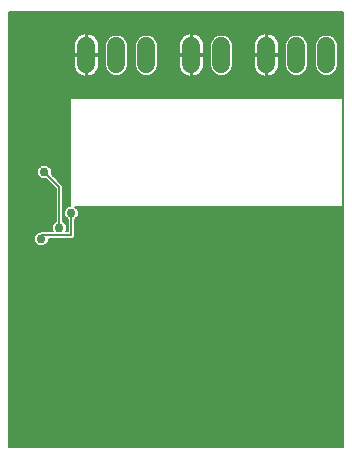
<source format=gbl>
G75*
%MOIN*%
%OFA0B0*%
%FSLAX25Y25*%
%IPPOS*%
%LPD*%
%AMOC8*
5,1,8,0,0,1.08239X$1,22.5*
%
%ADD10C,0.05937*%
%ADD11C,0.02978*%
%ADD12C,0.00600*%
D10*
X0031300Y0133331D02*
X0031300Y0139269D01*
X0041300Y0139269D02*
X0041300Y0133331D01*
X0051300Y0133331D02*
X0051300Y0139269D01*
X0066300Y0139269D02*
X0066300Y0133331D01*
X0076300Y0133331D02*
X0076300Y0139269D01*
X0091300Y0139269D02*
X0091300Y0133331D01*
X0101300Y0133331D02*
X0101300Y0139269D01*
X0111300Y0139269D02*
X0111300Y0133331D01*
D11*
X0081300Y0061300D03*
X0081300Y0056300D03*
X0081300Y0051300D03*
X0081300Y0046300D03*
X0081300Y0041300D03*
X0076300Y0041300D03*
X0076300Y0046300D03*
X0076300Y0051300D03*
X0076300Y0056300D03*
X0076300Y0061300D03*
X0071300Y0061300D03*
X0071300Y0056300D03*
X0066300Y0056300D03*
X0066300Y0051300D03*
X0066300Y0046300D03*
X0066300Y0041300D03*
X0061300Y0041300D03*
X0061300Y0046300D03*
X0061300Y0051300D03*
X0061300Y0056300D03*
X0061300Y0061300D03*
X0066300Y0061300D03*
X0071300Y0046300D03*
X0071300Y0041300D03*
X0026300Y0083689D03*
X0022300Y0078689D03*
X0016300Y0075040D03*
X0025300Y0071300D03*
X0011300Y0093300D03*
X0017300Y0097300D03*
X0016300Y0047560D03*
D12*
X0005600Y0005600D02*
X0005600Y0150701D01*
X0116921Y0150701D01*
X0116921Y0005600D01*
X0005600Y0005600D01*
X0005600Y0005765D02*
X0116921Y0005765D01*
X0116921Y0006363D02*
X0005600Y0006363D01*
X0005600Y0006962D02*
X0116921Y0006962D01*
X0116921Y0007560D02*
X0005600Y0007560D01*
X0005600Y0008159D02*
X0116921Y0008159D01*
X0116921Y0008757D02*
X0005600Y0008757D01*
X0005600Y0009356D02*
X0116921Y0009356D01*
X0116921Y0009954D02*
X0005600Y0009954D01*
X0005600Y0010553D02*
X0116921Y0010553D01*
X0116921Y0011151D02*
X0005600Y0011151D01*
X0005600Y0011750D02*
X0116921Y0011750D01*
X0116921Y0012348D02*
X0005600Y0012348D01*
X0005600Y0012947D02*
X0116921Y0012947D01*
X0116921Y0013545D02*
X0005600Y0013545D01*
X0005600Y0014144D02*
X0116921Y0014144D01*
X0116921Y0014742D02*
X0005600Y0014742D01*
X0005600Y0015341D02*
X0116921Y0015341D01*
X0116921Y0015939D02*
X0005600Y0015939D01*
X0005600Y0016538D02*
X0116921Y0016538D01*
X0116921Y0017136D02*
X0005600Y0017136D01*
X0005600Y0017735D02*
X0116921Y0017735D01*
X0116921Y0018333D02*
X0005600Y0018333D01*
X0005600Y0018932D02*
X0116921Y0018932D01*
X0116921Y0019530D02*
X0005600Y0019530D01*
X0005600Y0020129D02*
X0116921Y0020129D01*
X0116921Y0020727D02*
X0005600Y0020727D01*
X0005600Y0021326D02*
X0116921Y0021326D01*
X0116921Y0021924D02*
X0005600Y0021924D01*
X0005600Y0022523D02*
X0116921Y0022523D01*
X0116921Y0023121D02*
X0005600Y0023121D01*
X0005600Y0023720D02*
X0116921Y0023720D01*
X0116921Y0024318D02*
X0005600Y0024318D01*
X0005600Y0024917D02*
X0116921Y0024917D01*
X0116921Y0025515D02*
X0005600Y0025515D01*
X0005600Y0026114D02*
X0116921Y0026114D01*
X0116921Y0026712D02*
X0005600Y0026712D01*
X0005600Y0027311D02*
X0116921Y0027311D01*
X0116921Y0027909D02*
X0005600Y0027909D01*
X0005600Y0028508D02*
X0116921Y0028508D01*
X0116921Y0029106D02*
X0005600Y0029106D01*
X0005600Y0029705D02*
X0116921Y0029705D01*
X0116921Y0030303D02*
X0005600Y0030303D01*
X0005600Y0030902D02*
X0116921Y0030902D01*
X0116921Y0031501D02*
X0005600Y0031501D01*
X0005600Y0032099D02*
X0116921Y0032099D01*
X0116921Y0032698D02*
X0005600Y0032698D01*
X0005600Y0033296D02*
X0116921Y0033296D01*
X0116921Y0033895D02*
X0005600Y0033895D01*
X0005600Y0034493D02*
X0116921Y0034493D01*
X0116921Y0035092D02*
X0005600Y0035092D01*
X0005600Y0035690D02*
X0116921Y0035690D01*
X0116921Y0036289D02*
X0005600Y0036289D01*
X0005600Y0036887D02*
X0116921Y0036887D01*
X0116921Y0037486D02*
X0005600Y0037486D01*
X0005600Y0038084D02*
X0116921Y0038084D01*
X0116921Y0038683D02*
X0005600Y0038683D01*
X0005600Y0039281D02*
X0116921Y0039281D01*
X0116921Y0039880D02*
X0005600Y0039880D01*
X0005600Y0040478D02*
X0116921Y0040478D01*
X0116921Y0041077D02*
X0005600Y0041077D01*
X0005600Y0041675D02*
X0116921Y0041675D01*
X0116921Y0042274D02*
X0005600Y0042274D01*
X0005600Y0042872D02*
X0116921Y0042872D01*
X0116921Y0043471D02*
X0005600Y0043471D01*
X0005600Y0044069D02*
X0116921Y0044069D01*
X0116921Y0044668D02*
X0005600Y0044668D01*
X0005600Y0045266D02*
X0116921Y0045266D01*
X0116921Y0045865D02*
X0005600Y0045865D01*
X0005600Y0046463D02*
X0116921Y0046463D01*
X0116921Y0047062D02*
X0005600Y0047062D01*
X0005600Y0047660D02*
X0116921Y0047660D01*
X0116921Y0048259D02*
X0005600Y0048259D01*
X0005600Y0048857D02*
X0116921Y0048857D01*
X0116921Y0049456D02*
X0005600Y0049456D01*
X0005600Y0050054D02*
X0116921Y0050054D01*
X0116921Y0050653D02*
X0005600Y0050653D01*
X0005600Y0051251D02*
X0116921Y0051251D01*
X0116921Y0051850D02*
X0005600Y0051850D01*
X0005600Y0052448D02*
X0116921Y0052448D01*
X0116921Y0053047D02*
X0005600Y0053047D01*
X0005600Y0053645D02*
X0116921Y0053645D01*
X0116921Y0054244D02*
X0005600Y0054244D01*
X0005600Y0054842D02*
X0116921Y0054842D01*
X0116921Y0055441D02*
X0005600Y0055441D01*
X0005600Y0056039D02*
X0116921Y0056039D01*
X0116921Y0056638D02*
X0005600Y0056638D01*
X0005600Y0057237D02*
X0116921Y0057237D01*
X0116921Y0057835D02*
X0005600Y0057835D01*
X0005600Y0058434D02*
X0116921Y0058434D01*
X0116921Y0059032D02*
X0005600Y0059032D01*
X0005600Y0059631D02*
X0116921Y0059631D01*
X0116921Y0060229D02*
X0005600Y0060229D01*
X0005600Y0060828D02*
X0116921Y0060828D01*
X0116921Y0061426D02*
X0005600Y0061426D01*
X0005600Y0062025D02*
X0116921Y0062025D01*
X0116921Y0062623D02*
X0005600Y0062623D01*
X0005600Y0063222D02*
X0116921Y0063222D01*
X0116921Y0063820D02*
X0005600Y0063820D01*
X0005600Y0064419D02*
X0116921Y0064419D01*
X0116921Y0065017D02*
X0005600Y0065017D01*
X0005600Y0065616D02*
X0116921Y0065616D01*
X0116921Y0066214D02*
X0005600Y0066214D01*
X0005600Y0066813D02*
X0116921Y0066813D01*
X0116921Y0067411D02*
X0005600Y0067411D01*
X0005600Y0068010D02*
X0116921Y0068010D01*
X0116921Y0068608D02*
X0005600Y0068608D01*
X0005600Y0069207D02*
X0116921Y0069207D01*
X0116921Y0069805D02*
X0005600Y0069805D01*
X0005600Y0070404D02*
X0116921Y0070404D01*
X0116921Y0071002D02*
X0005600Y0071002D01*
X0005600Y0071601D02*
X0116921Y0071601D01*
X0116921Y0072199D02*
X0005600Y0072199D01*
X0005600Y0072798D02*
X0015164Y0072798D01*
X0015310Y0072651D02*
X0017290Y0072651D01*
X0018689Y0074051D01*
X0018689Y0075100D01*
X0026797Y0075100D01*
X0027500Y0075803D01*
X0027500Y0081510D01*
X0028689Y0082699D01*
X0028689Y0084679D01*
X0027617Y0085750D01*
X0116528Y0085750D01*
X0116850Y0086072D01*
X0116850Y0086528D01*
X0116850Y0121528D01*
X0116528Y0121850D01*
X0026072Y0121850D01*
X0025750Y0121528D01*
X0025750Y0086078D01*
X0025310Y0086078D01*
X0023911Y0084679D01*
X0023911Y0082699D01*
X0025100Y0081510D01*
X0025100Y0077500D01*
X0024490Y0077500D01*
X0024689Y0077699D01*
X0024689Y0079679D01*
X0023500Y0080867D01*
X0023500Y0092797D01*
X0019689Y0096608D01*
X0019689Y0098290D01*
X0018290Y0099689D01*
X0016310Y0099689D01*
X0014911Y0098290D01*
X0014911Y0096310D01*
X0016310Y0094911D01*
X0017992Y0094911D01*
X0021100Y0091803D01*
X0021100Y0080867D01*
X0019911Y0079679D01*
X0019911Y0077699D01*
X0020110Y0077500D01*
X0015803Y0077500D01*
X0015732Y0077429D01*
X0015310Y0077429D01*
X0013911Y0076030D01*
X0013911Y0074051D01*
X0015310Y0072651D01*
X0014565Y0073396D02*
X0005600Y0073396D01*
X0005600Y0073995D02*
X0013967Y0073995D01*
X0013911Y0074593D02*
X0005600Y0074593D01*
X0005600Y0075192D02*
X0013911Y0075192D01*
X0013911Y0075790D02*
X0005600Y0075790D01*
X0005600Y0076389D02*
X0014270Y0076389D01*
X0014869Y0076987D02*
X0005600Y0076987D01*
X0005600Y0077586D02*
X0020025Y0077586D01*
X0019911Y0078184D02*
X0005600Y0078184D01*
X0005600Y0078783D02*
X0019911Y0078783D01*
X0019911Y0079381D02*
X0005600Y0079381D01*
X0005600Y0079980D02*
X0020212Y0079980D01*
X0020811Y0080578D02*
X0005600Y0080578D01*
X0005600Y0081177D02*
X0021100Y0081177D01*
X0021100Y0081775D02*
X0005600Y0081775D01*
X0005600Y0082374D02*
X0021100Y0082374D01*
X0021100Y0082972D02*
X0005600Y0082972D01*
X0005600Y0083571D02*
X0021100Y0083571D01*
X0021100Y0084170D02*
X0005600Y0084170D01*
X0005600Y0084768D02*
X0021100Y0084768D01*
X0021100Y0085367D02*
X0005600Y0085367D01*
X0005600Y0085965D02*
X0021100Y0085965D01*
X0021100Y0086564D02*
X0005600Y0086564D01*
X0005600Y0087162D02*
X0021100Y0087162D01*
X0021100Y0087761D02*
X0005600Y0087761D01*
X0005600Y0088359D02*
X0021100Y0088359D01*
X0021100Y0088958D02*
X0005600Y0088958D01*
X0005600Y0089556D02*
X0021100Y0089556D01*
X0021100Y0090155D02*
X0005600Y0090155D01*
X0005600Y0090753D02*
X0021100Y0090753D01*
X0021100Y0091352D02*
X0005600Y0091352D01*
X0005600Y0091950D02*
X0020953Y0091950D01*
X0020354Y0092549D02*
X0005600Y0092549D01*
X0005600Y0093147D02*
X0019756Y0093147D01*
X0019157Y0093746D02*
X0005600Y0093746D01*
X0005600Y0094344D02*
X0018559Y0094344D01*
X0016279Y0094943D02*
X0005600Y0094943D01*
X0005600Y0095541D02*
X0015680Y0095541D01*
X0015082Y0096140D02*
X0005600Y0096140D01*
X0005600Y0096738D02*
X0014911Y0096738D01*
X0014911Y0097337D02*
X0005600Y0097337D01*
X0005600Y0097935D02*
X0014911Y0097935D01*
X0015155Y0098534D02*
X0005600Y0098534D01*
X0005600Y0099132D02*
X0015754Y0099132D01*
X0017300Y0097300D02*
X0022300Y0092300D01*
X0022300Y0078689D01*
X0024689Y0078783D02*
X0025100Y0078783D01*
X0025100Y0079381D02*
X0024689Y0079381D01*
X0024388Y0079980D02*
X0025100Y0079980D01*
X0025100Y0080578D02*
X0023789Y0080578D01*
X0023500Y0081177D02*
X0025100Y0081177D01*
X0024835Y0081775D02*
X0023500Y0081775D01*
X0023500Y0082374D02*
X0024236Y0082374D01*
X0023911Y0082972D02*
X0023500Y0082972D01*
X0023500Y0083571D02*
X0023911Y0083571D01*
X0023911Y0084170D02*
X0023500Y0084170D01*
X0023500Y0084768D02*
X0024001Y0084768D01*
X0023500Y0085367D02*
X0024599Y0085367D01*
X0025198Y0085965D02*
X0023500Y0085965D01*
X0023500Y0086564D02*
X0025750Y0086564D01*
X0025750Y0087162D02*
X0023500Y0087162D01*
X0023500Y0087761D02*
X0025750Y0087761D01*
X0025750Y0088359D02*
X0023500Y0088359D01*
X0023500Y0088958D02*
X0025750Y0088958D01*
X0025750Y0089556D02*
X0023500Y0089556D01*
X0023500Y0090155D02*
X0025750Y0090155D01*
X0025750Y0090753D02*
X0023500Y0090753D01*
X0023500Y0091352D02*
X0025750Y0091352D01*
X0025750Y0091950D02*
X0023500Y0091950D01*
X0023500Y0092549D02*
X0025750Y0092549D01*
X0025750Y0093147D02*
X0023150Y0093147D01*
X0022551Y0093746D02*
X0025750Y0093746D01*
X0025750Y0094344D02*
X0021953Y0094344D01*
X0021354Y0094943D02*
X0025750Y0094943D01*
X0025750Y0095541D02*
X0020756Y0095541D01*
X0020157Y0096140D02*
X0025750Y0096140D01*
X0025750Y0096738D02*
X0019689Y0096738D01*
X0019689Y0097337D02*
X0025750Y0097337D01*
X0025750Y0097935D02*
X0019689Y0097935D01*
X0019445Y0098534D02*
X0025750Y0098534D01*
X0025750Y0099132D02*
X0018846Y0099132D01*
X0025750Y0099731D02*
X0005600Y0099731D01*
X0005600Y0100329D02*
X0025750Y0100329D01*
X0025750Y0100928D02*
X0005600Y0100928D01*
X0005600Y0101526D02*
X0025750Y0101526D01*
X0025750Y0102125D02*
X0005600Y0102125D01*
X0005600Y0102723D02*
X0025750Y0102723D01*
X0025750Y0103322D02*
X0005600Y0103322D01*
X0005600Y0103920D02*
X0025750Y0103920D01*
X0025750Y0104519D02*
X0005600Y0104519D01*
X0005600Y0105117D02*
X0025750Y0105117D01*
X0025750Y0105716D02*
X0005600Y0105716D01*
X0005600Y0106314D02*
X0025750Y0106314D01*
X0025750Y0106913D02*
X0005600Y0106913D01*
X0005600Y0107511D02*
X0025750Y0107511D01*
X0025750Y0108110D02*
X0005600Y0108110D01*
X0005600Y0108708D02*
X0025750Y0108708D01*
X0025750Y0109307D02*
X0005600Y0109307D01*
X0005600Y0109905D02*
X0025750Y0109905D01*
X0025750Y0110504D02*
X0005600Y0110504D01*
X0005600Y0111103D02*
X0025750Y0111103D01*
X0025750Y0111701D02*
X0005600Y0111701D01*
X0005600Y0112300D02*
X0025750Y0112300D01*
X0025750Y0112898D02*
X0005600Y0112898D01*
X0005600Y0113497D02*
X0025750Y0113497D01*
X0025750Y0114095D02*
X0005600Y0114095D01*
X0005600Y0114694D02*
X0025750Y0114694D01*
X0025750Y0115292D02*
X0005600Y0115292D01*
X0005600Y0115891D02*
X0025750Y0115891D01*
X0025750Y0116489D02*
X0005600Y0116489D01*
X0005600Y0117088D02*
X0025750Y0117088D01*
X0025750Y0117686D02*
X0005600Y0117686D01*
X0005600Y0118285D02*
X0025750Y0118285D01*
X0025750Y0118883D02*
X0005600Y0118883D01*
X0005600Y0119482D02*
X0025750Y0119482D01*
X0025750Y0120080D02*
X0005600Y0120080D01*
X0005600Y0120679D02*
X0025750Y0120679D01*
X0025750Y0121277D02*
X0005600Y0121277D01*
X0005600Y0121876D02*
X0116921Y0121876D01*
X0116921Y0122474D02*
X0005600Y0122474D01*
X0005600Y0123073D02*
X0116921Y0123073D01*
X0116921Y0123671D02*
X0005600Y0123671D01*
X0005600Y0124270D02*
X0116921Y0124270D01*
X0116921Y0124868D02*
X0005600Y0124868D01*
X0005600Y0125467D02*
X0116921Y0125467D01*
X0116921Y0126065D02*
X0005600Y0126065D01*
X0005600Y0126664D02*
X0116921Y0126664D01*
X0116921Y0127262D02*
X0005600Y0127262D01*
X0005600Y0127861D02*
X0116921Y0127861D01*
X0116921Y0128459D02*
X0005600Y0128459D01*
X0005600Y0129058D02*
X0116921Y0129058D01*
X0116921Y0129656D02*
X0112536Y0129656D01*
X0112069Y0129463D02*
X0113491Y0130052D01*
X0114580Y0131140D01*
X0115168Y0132562D01*
X0115168Y0140038D01*
X0114580Y0141460D01*
X0113491Y0142548D01*
X0112069Y0143137D01*
X0110530Y0143137D01*
X0109109Y0142548D01*
X0108020Y0141460D01*
X0107431Y0140038D01*
X0107431Y0132562D01*
X0108020Y0131140D01*
X0109109Y0130052D01*
X0110530Y0129463D01*
X0112069Y0129463D01*
X0113694Y0130255D02*
X0116921Y0130255D01*
X0116921Y0130853D02*
X0114293Y0130853D01*
X0114709Y0131452D02*
X0116921Y0131452D01*
X0116921Y0132050D02*
X0114957Y0132050D01*
X0115168Y0132649D02*
X0116921Y0132649D01*
X0116921Y0133247D02*
X0115168Y0133247D01*
X0115168Y0133846D02*
X0116921Y0133846D01*
X0116921Y0134444D02*
X0115168Y0134444D01*
X0115168Y0135043D02*
X0116921Y0135043D01*
X0116921Y0135641D02*
X0115168Y0135641D01*
X0115168Y0136240D02*
X0116921Y0136240D01*
X0116921Y0136839D02*
X0115168Y0136839D01*
X0115168Y0137437D02*
X0116921Y0137437D01*
X0116921Y0138036D02*
X0115168Y0138036D01*
X0115168Y0138634D02*
X0116921Y0138634D01*
X0116921Y0139233D02*
X0115168Y0139233D01*
X0115168Y0139831D02*
X0116921Y0139831D01*
X0116921Y0140430D02*
X0115006Y0140430D01*
X0114758Y0141028D02*
X0116921Y0141028D01*
X0116921Y0141627D02*
X0114413Y0141627D01*
X0113814Y0142225D02*
X0116921Y0142225D01*
X0116921Y0142824D02*
X0112826Y0142824D01*
X0109774Y0142824D02*
X0102826Y0142824D01*
X0103491Y0142548D02*
X0102069Y0143137D01*
X0100530Y0143137D01*
X0099109Y0142548D01*
X0098020Y0141460D01*
X0097431Y0140038D01*
X0097431Y0132562D01*
X0098020Y0131140D01*
X0099109Y0130052D01*
X0100530Y0129463D01*
X0102069Y0129463D01*
X0103491Y0130052D01*
X0104580Y0131140D01*
X0105168Y0132562D01*
X0105168Y0140038D01*
X0104580Y0141460D01*
X0103491Y0142548D01*
X0103814Y0142225D02*
X0108786Y0142225D01*
X0108187Y0141627D02*
X0104413Y0141627D01*
X0104758Y0141028D02*
X0107842Y0141028D01*
X0107594Y0140430D02*
X0105006Y0140430D01*
X0105168Y0139831D02*
X0107431Y0139831D01*
X0107431Y0139233D02*
X0105168Y0139233D01*
X0105168Y0138634D02*
X0107431Y0138634D01*
X0107431Y0138036D02*
X0105168Y0138036D01*
X0105168Y0137437D02*
X0107431Y0137437D01*
X0107431Y0136839D02*
X0105168Y0136839D01*
X0105168Y0136240D02*
X0107431Y0136240D01*
X0107431Y0135641D02*
X0105168Y0135641D01*
X0105168Y0135043D02*
X0107431Y0135043D01*
X0107431Y0134444D02*
X0105168Y0134444D01*
X0105168Y0133846D02*
X0107431Y0133846D01*
X0107431Y0133247D02*
X0105168Y0133247D01*
X0105168Y0132649D02*
X0107431Y0132649D01*
X0107643Y0132050D02*
X0104957Y0132050D01*
X0104709Y0131452D02*
X0107891Y0131452D01*
X0108307Y0130853D02*
X0104293Y0130853D01*
X0103694Y0130255D02*
X0108906Y0130255D01*
X0110064Y0129656D02*
X0102536Y0129656D01*
X0100064Y0129656D02*
X0093489Y0129656D01*
X0093537Y0129681D02*
X0094081Y0130076D01*
X0094556Y0130551D01*
X0094951Y0131094D01*
X0095256Y0131693D01*
X0095463Y0132332D01*
X0095568Y0132996D01*
X0095568Y0136000D01*
X0091600Y0136000D01*
X0091600Y0136600D01*
X0095568Y0136600D01*
X0095568Y0139604D01*
X0095463Y0140268D01*
X0095256Y0140907D01*
X0094951Y0141506D01*
X0094556Y0142049D01*
X0094081Y0142524D01*
X0093537Y0142919D01*
X0092939Y0143224D01*
X0092300Y0143432D01*
X0091636Y0143537D01*
X0091600Y0143537D01*
X0091600Y0136600D01*
X0091000Y0136600D01*
X0091000Y0143537D01*
X0090964Y0143537D01*
X0090300Y0143432D01*
X0089661Y0143224D01*
X0089063Y0142919D01*
X0088519Y0142524D01*
X0088044Y0142049D01*
X0087649Y0141506D01*
X0087344Y0140907D01*
X0087137Y0140268D01*
X0087031Y0139604D01*
X0087031Y0136600D01*
X0091000Y0136600D01*
X0091000Y0136000D01*
X0091600Y0136000D01*
X0091600Y0129063D01*
X0091636Y0129063D01*
X0092300Y0129168D01*
X0092939Y0129376D01*
X0093537Y0129681D01*
X0094260Y0130255D02*
X0098906Y0130255D01*
X0098307Y0130853D02*
X0094776Y0130853D01*
X0095133Y0131452D02*
X0097891Y0131452D01*
X0097643Y0132050D02*
X0095372Y0132050D01*
X0095514Y0132649D02*
X0097431Y0132649D01*
X0097431Y0133247D02*
X0095568Y0133247D01*
X0095568Y0133846D02*
X0097431Y0133846D01*
X0097431Y0134444D02*
X0095568Y0134444D01*
X0095568Y0135043D02*
X0097431Y0135043D01*
X0097431Y0135641D02*
X0095568Y0135641D01*
X0095568Y0136839D02*
X0097431Y0136839D01*
X0097431Y0137437D02*
X0095568Y0137437D01*
X0095568Y0138036D02*
X0097431Y0138036D01*
X0097431Y0138634D02*
X0095568Y0138634D01*
X0095568Y0139233D02*
X0097431Y0139233D01*
X0097431Y0139831D02*
X0095533Y0139831D01*
X0095411Y0140430D02*
X0097594Y0140430D01*
X0097842Y0141028D02*
X0095194Y0141028D01*
X0094863Y0141627D02*
X0098187Y0141627D01*
X0098786Y0142225D02*
X0094380Y0142225D01*
X0093669Y0142824D02*
X0099774Y0142824D01*
X0097431Y0136240D02*
X0091600Y0136240D01*
X0091600Y0136839D02*
X0091000Y0136839D01*
X0091000Y0137437D02*
X0091600Y0137437D01*
X0091600Y0138036D02*
X0091000Y0138036D01*
X0091000Y0138634D02*
X0091600Y0138634D01*
X0091600Y0139233D02*
X0091000Y0139233D01*
X0091000Y0139831D02*
X0091600Y0139831D01*
X0091600Y0140430D02*
X0091000Y0140430D01*
X0091000Y0141028D02*
X0091600Y0141028D01*
X0091600Y0141627D02*
X0091000Y0141627D01*
X0091000Y0142225D02*
X0091600Y0142225D01*
X0091600Y0142824D02*
X0091000Y0142824D01*
X0091000Y0143422D02*
X0091600Y0143422D01*
X0092330Y0143422D02*
X0116921Y0143422D01*
X0116921Y0144021D02*
X0005600Y0144021D01*
X0005600Y0144619D02*
X0116921Y0144619D01*
X0116921Y0145218D02*
X0005600Y0145218D01*
X0005600Y0145816D02*
X0116921Y0145816D01*
X0116921Y0146415D02*
X0005600Y0146415D01*
X0005600Y0147013D02*
X0116921Y0147013D01*
X0116921Y0147612D02*
X0005600Y0147612D01*
X0005600Y0148210D02*
X0116921Y0148210D01*
X0116921Y0148809D02*
X0005600Y0148809D01*
X0005600Y0149407D02*
X0116921Y0149407D01*
X0116921Y0150006D02*
X0005600Y0150006D01*
X0005600Y0150604D02*
X0116921Y0150604D01*
X0116850Y0121277D02*
X0116921Y0121277D01*
X0116921Y0120679D02*
X0116850Y0120679D01*
X0116850Y0120080D02*
X0116921Y0120080D01*
X0116921Y0119482D02*
X0116850Y0119482D01*
X0116850Y0118883D02*
X0116921Y0118883D01*
X0116921Y0118285D02*
X0116850Y0118285D01*
X0116850Y0117686D02*
X0116921Y0117686D01*
X0116921Y0117088D02*
X0116850Y0117088D01*
X0116850Y0116489D02*
X0116921Y0116489D01*
X0116921Y0115891D02*
X0116850Y0115891D01*
X0116850Y0115292D02*
X0116921Y0115292D01*
X0116921Y0114694D02*
X0116850Y0114694D01*
X0116850Y0114095D02*
X0116921Y0114095D01*
X0116921Y0113497D02*
X0116850Y0113497D01*
X0116850Y0112898D02*
X0116921Y0112898D01*
X0116921Y0112300D02*
X0116850Y0112300D01*
X0116850Y0111701D02*
X0116921Y0111701D01*
X0116921Y0111103D02*
X0116850Y0111103D01*
X0116850Y0110504D02*
X0116921Y0110504D01*
X0116921Y0109905D02*
X0116850Y0109905D01*
X0116850Y0109307D02*
X0116921Y0109307D01*
X0116921Y0108708D02*
X0116850Y0108708D01*
X0116850Y0108110D02*
X0116921Y0108110D01*
X0116921Y0107511D02*
X0116850Y0107511D01*
X0116850Y0106913D02*
X0116921Y0106913D01*
X0116921Y0106314D02*
X0116850Y0106314D01*
X0116850Y0105716D02*
X0116921Y0105716D01*
X0116921Y0105117D02*
X0116850Y0105117D01*
X0116850Y0104519D02*
X0116921Y0104519D01*
X0116921Y0103920D02*
X0116850Y0103920D01*
X0116850Y0103322D02*
X0116921Y0103322D01*
X0116921Y0102723D02*
X0116850Y0102723D01*
X0116850Y0102125D02*
X0116921Y0102125D01*
X0116921Y0101526D02*
X0116850Y0101526D01*
X0116850Y0100928D02*
X0116921Y0100928D01*
X0116921Y0100329D02*
X0116850Y0100329D01*
X0116850Y0099731D02*
X0116921Y0099731D01*
X0116921Y0099132D02*
X0116850Y0099132D01*
X0116850Y0098534D02*
X0116921Y0098534D01*
X0116921Y0097935D02*
X0116850Y0097935D01*
X0116850Y0097337D02*
X0116921Y0097337D01*
X0116921Y0096738D02*
X0116850Y0096738D01*
X0116850Y0096140D02*
X0116921Y0096140D01*
X0116921Y0095541D02*
X0116850Y0095541D01*
X0116850Y0094943D02*
X0116921Y0094943D01*
X0116921Y0094344D02*
X0116850Y0094344D01*
X0116850Y0093746D02*
X0116921Y0093746D01*
X0116921Y0093147D02*
X0116850Y0093147D01*
X0116850Y0092549D02*
X0116921Y0092549D01*
X0116921Y0091950D02*
X0116850Y0091950D01*
X0116850Y0091352D02*
X0116921Y0091352D01*
X0116921Y0090753D02*
X0116850Y0090753D01*
X0116850Y0090155D02*
X0116921Y0090155D01*
X0116921Y0089556D02*
X0116850Y0089556D01*
X0116850Y0088958D02*
X0116921Y0088958D01*
X0116921Y0088359D02*
X0116850Y0088359D01*
X0116850Y0087761D02*
X0116921Y0087761D01*
X0116921Y0087162D02*
X0116850Y0087162D01*
X0116850Y0086564D02*
X0116921Y0086564D01*
X0116921Y0085965D02*
X0116743Y0085965D01*
X0116921Y0085367D02*
X0028001Y0085367D01*
X0028599Y0084768D02*
X0116921Y0084768D01*
X0116921Y0084170D02*
X0028689Y0084170D01*
X0028689Y0083571D02*
X0116921Y0083571D01*
X0116921Y0082972D02*
X0028689Y0082972D01*
X0028364Y0082374D02*
X0116921Y0082374D01*
X0116921Y0081775D02*
X0027765Y0081775D01*
X0027500Y0081177D02*
X0116921Y0081177D01*
X0116921Y0080578D02*
X0027500Y0080578D01*
X0027500Y0079980D02*
X0116921Y0079980D01*
X0116921Y0079381D02*
X0027500Y0079381D01*
X0027500Y0078783D02*
X0116921Y0078783D01*
X0116921Y0078184D02*
X0027500Y0078184D01*
X0027500Y0077586D02*
X0116921Y0077586D01*
X0116921Y0076987D02*
X0027500Y0076987D01*
X0027500Y0076389D02*
X0116921Y0076389D01*
X0116921Y0075790D02*
X0027487Y0075790D01*
X0026889Y0075192D02*
X0116921Y0075192D01*
X0116921Y0074593D02*
X0018689Y0074593D01*
X0018633Y0073995D02*
X0116921Y0073995D01*
X0116921Y0073396D02*
X0018035Y0073396D01*
X0017436Y0072798D02*
X0116921Y0072798D01*
X0091000Y0129063D02*
X0091000Y0136000D01*
X0087031Y0136000D01*
X0087031Y0132996D01*
X0087137Y0132332D01*
X0087344Y0131693D01*
X0087649Y0131094D01*
X0088044Y0130551D01*
X0088519Y0130076D01*
X0089063Y0129681D01*
X0089661Y0129376D01*
X0090300Y0129168D01*
X0090964Y0129063D01*
X0091000Y0129063D01*
X0091000Y0129656D02*
X0091600Y0129656D01*
X0091600Y0130255D02*
X0091000Y0130255D01*
X0091000Y0130853D02*
X0091600Y0130853D01*
X0091600Y0131452D02*
X0091000Y0131452D01*
X0091000Y0132050D02*
X0091600Y0132050D01*
X0091600Y0132649D02*
X0091000Y0132649D01*
X0091000Y0133247D02*
X0091600Y0133247D01*
X0091600Y0133846D02*
X0091000Y0133846D01*
X0091000Y0134444D02*
X0091600Y0134444D01*
X0091600Y0135043D02*
X0091000Y0135043D01*
X0091000Y0135641D02*
X0091600Y0135641D01*
X0091000Y0136240D02*
X0080168Y0136240D01*
X0080168Y0136839D02*
X0087031Y0136839D01*
X0087031Y0137437D02*
X0080168Y0137437D01*
X0080168Y0138036D02*
X0087031Y0138036D01*
X0087031Y0138634D02*
X0080168Y0138634D01*
X0080168Y0139233D02*
X0087031Y0139233D01*
X0087067Y0139831D02*
X0080168Y0139831D01*
X0080168Y0140038D02*
X0079580Y0141460D01*
X0078491Y0142548D01*
X0077069Y0143137D01*
X0075530Y0143137D01*
X0074109Y0142548D01*
X0073020Y0141460D01*
X0072431Y0140038D01*
X0072431Y0132562D01*
X0073020Y0131140D01*
X0074109Y0130052D01*
X0075530Y0129463D01*
X0077069Y0129463D01*
X0078491Y0130052D01*
X0079580Y0131140D01*
X0080168Y0132562D01*
X0080168Y0140038D01*
X0080006Y0140430D02*
X0087189Y0140430D01*
X0087406Y0141028D02*
X0079758Y0141028D01*
X0079413Y0141627D02*
X0087737Y0141627D01*
X0088220Y0142225D02*
X0078814Y0142225D01*
X0077826Y0142824D02*
X0088931Y0142824D01*
X0090270Y0143422D02*
X0067330Y0143422D01*
X0067300Y0143432D02*
X0066636Y0143537D01*
X0066600Y0143537D01*
X0066600Y0136600D01*
X0070568Y0136600D01*
X0070568Y0139604D01*
X0070463Y0140268D01*
X0070256Y0140907D01*
X0069951Y0141506D01*
X0069556Y0142049D01*
X0069081Y0142524D01*
X0068537Y0142919D01*
X0067939Y0143224D01*
X0067300Y0143432D01*
X0066600Y0143422D02*
X0066000Y0143422D01*
X0066000Y0143537D02*
X0065964Y0143537D01*
X0065300Y0143432D01*
X0064661Y0143224D01*
X0064063Y0142919D01*
X0063519Y0142524D01*
X0063044Y0142049D01*
X0062649Y0141506D01*
X0062344Y0140907D01*
X0062137Y0140268D01*
X0062031Y0139604D01*
X0062031Y0136600D01*
X0066000Y0136600D01*
X0066000Y0143537D01*
X0066000Y0142824D02*
X0066600Y0142824D01*
X0066600Y0142225D02*
X0066000Y0142225D01*
X0066000Y0141627D02*
X0066600Y0141627D01*
X0066600Y0141028D02*
X0066000Y0141028D01*
X0066000Y0140430D02*
X0066600Y0140430D01*
X0066600Y0139831D02*
X0066000Y0139831D01*
X0066000Y0139233D02*
X0066600Y0139233D01*
X0066600Y0138634D02*
X0066000Y0138634D01*
X0066000Y0138036D02*
X0066600Y0138036D01*
X0066600Y0137437D02*
X0066000Y0137437D01*
X0066000Y0136839D02*
X0066600Y0136839D01*
X0066600Y0136600D02*
X0066000Y0136600D01*
X0066000Y0136000D01*
X0066600Y0136000D01*
X0066600Y0136600D01*
X0066600Y0136240D02*
X0072431Y0136240D01*
X0072431Y0136839D02*
X0070568Y0136839D01*
X0070568Y0137437D02*
X0072431Y0137437D01*
X0072431Y0138036D02*
X0070568Y0138036D01*
X0070568Y0138634D02*
X0072431Y0138634D01*
X0072431Y0139233D02*
X0070568Y0139233D01*
X0070533Y0139831D02*
X0072431Y0139831D01*
X0072594Y0140430D02*
X0070411Y0140430D01*
X0070194Y0141028D02*
X0072842Y0141028D01*
X0073187Y0141627D02*
X0069863Y0141627D01*
X0069380Y0142225D02*
X0073786Y0142225D01*
X0074774Y0142824D02*
X0068669Y0142824D01*
X0065270Y0143422D02*
X0032330Y0143422D01*
X0032300Y0143432D02*
X0031636Y0143537D01*
X0031600Y0143537D01*
X0031600Y0136600D01*
X0035568Y0136600D01*
X0035568Y0139604D01*
X0035463Y0140268D01*
X0035256Y0140907D01*
X0034951Y0141506D01*
X0034556Y0142049D01*
X0034081Y0142524D01*
X0033537Y0142919D01*
X0032939Y0143224D01*
X0032300Y0143432D01*
X0031600Y0143422D02*
X0031000Y0143422D01*
X0031000Y0143537D02*
X0030964Y0143537D01*
X0030300Y0143432D01*
X0029661Y0143224D01*
X0029063Y0142919D01*
X0028519Y0142524D01*
X0028044Y0142049D01*
X0027649Y0141506D01*
X0027344Y0140907D01*
X0027137Y0140268D01*
X0027031Y0139604D01*
X0027031Y0136600D01*
X0031000Y0136600D01*
X0031000Y0143537D01*
X0031000Y0142824D02*
X0031600Y0142824D01*
X0031600Y0142225D02*
X0031000Y0142225D01*
X0031000Y0141627D02*
X0031600Y0141627D01*
X0031600Y0141028D02*
X0031000Y0141028D01*
X0031000Y0140430D02*
X0031600Y0140430D01*
X0031600Y0139831D02*
X0031000Y0139831D01*
X0031000Y0139233D02*
X0031600Y0139233D01*
X0031600Y0138634D02*
X0031000Y0138634D01*
X0031000Y0138036D02*
X0031600Y0138036D01*
X0031600Y0137437D02*
X0031000Y0137437D01*
X0031000Y0136839D02*
X0031600Y0136839D01*
X0031600Y0136600D02*
X0031000Y0136600D01*
X0031000Y0136000D01*
X0031600Y0136000D01*
X0031600Y0136600D01*
X0031600Y0136240D02*
X0037431Y0136240D01*
X0037431Y0136839D02*
X0035568Y0136839D01*
X0035568Y0137437D02*
X0037431Y0137437D01*
X0037431Y0138036D02*
X0035568Y0138036D01*
X0035568Y0138634D02*
X0037431Y0138634D01*
X0037431Y0139233D02*
X0035568Y0139233D01*
X0035533Y0139831D02*
X0037431Y0139831D01*
X0037431Y0140038D02*
X0038020Y0141460D01*
X0039109Y0142548D01*
X0040530Y0143137D01*
X0042069Y0143137D01*
X0043491Y0142548D01*
X0044580Y0141460D01*
X0045168Y0140038D01*
X0045168Y0132562D01*
X0044580Y0131140D01*
X0043491Y0130052D01*
X0042069Y0129463D01*
X0040530Y0129463D01*
X0039109Y0130052D01*
X0038020Y0131140D01*
X0037431Y0132562D01*
X0037431Y0140038D01*
X0037594Y0140430D02*
X0035411Y0140430D01*
X0035194Y0141028D02*
X0037842Y0141028D01*
X0038187Y0141627D02*
X0034863Y0141627D01*
X0034380Y0142225D02*
X0038786Y0142225D01*
X0039774Y0142824D02*
X0033669Y0142824D01*
X0030270Y0143422D02*
X0005600Y0143422D01*
X0005600Y0142824D02*
X0028931Y0142824D01*
X0028220Y0142225D02*
X0005600Y0142225D01*
X0005600Y0141627D02*
X0027737Y0141627D01*
X0027406Y0141028D02*
X0005600Y0141028D01*
X0005600Y0140430D02*
X0027189Y0140430D01*
X0027067Y0139831D02*
X0005600Y0139831D01*
X0005600Y0139233D02*
X0027031Y0139233D01*
X0027031Y0138634D02*
X0005600Y0138634D01*
X0005600Y0138036D02*
X0027031Y0138036D01*
X0027031Y0137437D02*
X0005600Y0137437D01*
X0005600Y0136839D02*
X0027031Y0136839D01*
X0027031Y0136000D02*
X0027031Y0132996D01*
X0027137Y0132332D01*
X0027344Y0131693D01*
X0027649Y0131094D01*
X0028044Y0130551D01*
X0028519Y0130076D01*
X0029063Y0129681D01*
X0029661Y0129376D01*
X0030300Y0129168D01*
X0030964Y0129063D01*
X0031000Y0129063D01*
X0031000Y0136000D01*
X0027031Y0136000D01*
X0027031Y0135641D02*
X0005600Y0135641D01*
X0005600Y0135043D02*
X0027031Y0135043D01*
X0027031Y0134444D02*
X0005600Y0134444D01*
X0005600Y0133846D02*
X0027031Y0133846D01*
X0027031Y0133247D02*
X0005600Y0133247D01*
X0005600Y0132649D02*
X0027086Y0132649D01*
X0027228Y0132050D02*
X0005600Y0132050D01*
X0005600Y0131452D02*
X0027467Y0131452D01*
X0027824Y0130853D02*
X0005600Y0130853D01*
X0005600Y0130255D02*
X0028340Y0130255D01*
X0029111Y0129656D02*
X0005600Y0129656D01*
X0005600Y0136240D02*
X0031000Y0136240D01*
X0031000Y0135641D02*
X0031600Y0135641D01*
X0031600Y0136000D02*
X0031600Y0129063D01*
X0031636Y0129063D01*
X0032300Y0129168D01*
X0032939Y0129376D01*
X0033537Y0129681D01*
X0034081Y0130076D01*
X0034556Y0130551D01*
X0034951Y0131094D01*
X0035256Y0131693D01*
X0035463Y0132332D01*
X0035568Y0132996D01*
X0035568Y0136000D01*
X0031600Y0136000D01*
X0031600Y0135043D02*
X0031000Y0135043D01*
X0031000Y0134444D02*
X0031600Y0134444D01*
X0031600Y0133846D02*
X0031000Y0133846D01*
X0031000Y0133247D02*
X0031600Y0133247D01*
X0031600Y0132649D02*
X0031000Y0132649D01*
X0031000Y0132050D02*
X0031600Y0132050D01*
X0031600Y0131452D02*
X0031000Y0131452D01*
X0031000Y0130853D02*
X0031600Y0130853D01*
X0031600Y0130255D02*
X0031000Y0130255D01*
X0031000Y0129656D02*
X0031600Y0129656D01*
X0033489Y0129656D02*
X0040064Y0129656D01*
X0038906Y0130255D02*
X0034260Y0130255D01*
X0034776Y0130853D02*
X0038307Y0130853D01*
X0037891Y0131452D02*
X0035133Y0131452D01*
X0035372Y0132050D02*
X0037643Y0132050D01*
X0037431Y0132649D02*
X0035514Y0132649D01*
X0035568Y0133247D02*
X0037431Y0133247D01*
X0037431Y0133846D02*
X0035568Y0133846D01*
X0035568Y0134444D02*
X0037431Y0134444D01*
X0037431Y0135043D02*
X0035568Y0135043D01*
X0035568Y0135641D02*
X0037431Y0135641D01*
X0042536Y0129656D02*
X0050064Y0129656D01*
X0050530Y0129463D02*
X0052069Y0129463D01*
X0053491Y0130052D01*
X0054580Y0131140D01*
X0055168Y0132562D01*
X0055168Y0140038D01*
X0054580Y0141460D01*
X0053491Y0142548D01*
X0052069Y0143137D01*
X0050530Y0143137D01*
X0049109Y0142548D01*
X0048020Y0141460D01*
X0047431Y0140038D01*
X0047431Y0132562D01*
X0048020Y0131140D01*
X0049109Y0130052D01*
X0050530Y0129463D01*
X0048906Y0130255D02*
X0043694Y0130255D01*
X0044293Y0130853D02*
X0048307Y0130853D01*
X0047891Y0131452D02*
X0044709Y0131452D01*
X0044957Y0132050D02*
X0047643Y0132050D01*
X0047431Y0132649D02*
X0045168Y0132649D01*
X0045168Y0133247D02*
X0047431Y0133247D01*
X0047431Y0133846D02*
X0045168Y0133846D01*
X0045168Y0134444D02*
X0047431Y0134444D01*
X0047431Y0135043D02*
X0045168Y0135043D01*
X0045168Y0135641D02*
X0047431Y0135641D01*
X0047431Y0136240D02*
X0045168Y0136240D01*
X0045168Y0136839D02*
X0047431Y0136839D01*
X0047431Y0137437D02*
X0045168Y0137437D01*
X0045168Y0138036D02*
X0047431Y0138036D01*
X0047431Y0138634D02*
X0045168Y0138634D01*
X0045168Y0139233D02*
X0047431Y0139233D01*
X0047431Y0139831D02*
X0045168Y0139831D01*
X0045006Y0140430D02*
X0047594Y0140430D01*
X0047842Y0141028D02*
X0044758Y0141028D01*
X0044413Y0141627D02*
X0048187Y0141627D01*
X0048786Y0142225D02*
X0043814Y0142225D01*
X0042826Y0142824D02*
X0049774Y0142824D01*
X0052826Y0142824D02*
X0063931Y0142824D01*
X0063220Y0142225D02*
X0053814Y0142225D01*
X0054413Y0141627D02*
X0062737Y0141627D01*
X0062406Y0141028D02*
X0054758Y0141028D01*
X0055006Y0140430D02*
X0062189Y0140430D01*
X0062067Y0139831D02*
X0055168Y0139831D01*
X0055168Y0139233D02*
X0062031Y0139233D01*
X0062031Y0138634D02*
X0055168Y0138634D01*
X0055168Y0138036D02*
X0062031Y0138036D01*
X0062031Y0137437D02*
X0055168Y0137437D01*
X0055168Y0136839D02*
X0062031Y0136839D01*
X0062031Y0136000D02*
X0062031Y0132996D01*
X0062137Y0132332D01*
X0062344Y0131693D01*
X0062649Y0131094D01*
X0063044Y0130551D01*
X0063519Y0130076D01*
X0064063Y0129681D01*
X0064661Y0129376D01*
X0065300Y0129168D01*
X0065964Y0129063D01*
X0066000Y0129063D01*
X0066000Y0136000D01*
X0062031Y0136000D01*
X0062031Y0135641D02*
X0055168Y0135641D01*
X0055168Y0135043D02*
X0062031Y0135043D01*
X0062031Y0134444D02*
X0055168Y0134444D01*
X0055168Y0133846D02*
X0062031Y0133846D01*
X0062031Y0133247D02*
X0055168Y0133247D01*
X0055168Y0132649D02*
X0062086Y0132649D01*
X0062228Y0132050D02*
X0054957Y0132050D01*
X0054709Y0131452D02*
X0062467Y0131452D01*
X0062824Y0130853D02*
X0054293Y0130853D01*
X0053694Y0130255D02*
X0063340Y0130255D01*
X0064111Y0129656D02*
X0052536Y0129656D01*
X0055168Y0136240D02*
X0066000Y0136240D01*
X0066000Y0135641D02*
X0066600Y0135641D01*
X0066600Y0136000D02*
X0066600Y0129063D01*
X0066636Y0129063D01*
X0067300Y0129168D01*
X0067939Y0129376D01*
X0068537Y0129681D01*
X0069081Y0130076D01*
X0069556Y0130551D01*
X0069951Y0131094D01*
X0070256Y0131693D01*
X0070463Y0132332D01*
X0070568Y0132996D01*
X0070568Y0136000D01*
X0066600Y0136000D01*
X0066600Y0135043D02*
X0066000Y0135043D01*
X0066000Y0134444D02*
X0066600Y0134444D01*
X0066600Y0133846D02*
X0066000Y0133846D01*
X0066000Y0133247D02*
X0066600Y0133247D01*
X0066600Y0132649D02*
X0066000Y0132649D01*
X0066000Y0132050D02*
X0066600Y0132050D01*
X0066600Y0131452D02*
X0066000Y0131452D01*
X0066000Y0130853D02*
X0066600Y0130853D01*
X0066600Y0130255D02*
X0066000Y0130255D01*
X0066000Y0129656D02*
X0066600Y0129656D01*
X0068489Y0129656D02*
X0075064Y0129656D01*
X0073906Y0130255D02*
X0069260Y0130255D01*
X0069776Y0130853D02*
X0073307Y0130853D01*
X0072891Y0131452D02*
X0070133Y0131452D01*
X0070372Y0132050D02*
X0072643Y0132050D01*
X0072431Y0132649D02*
X0070514Y0132649D01*
X0070568Y0133247D02*
X0072431Y0133247D01*
X0072431Y0133846D02*
X0070568Y0133846D01*
X0070568Y0134444D02*
X0072431Y0134444D01*
X0072431Y0135043D02*
X0070568Y0135043D01*
X0070568Y0135641D02*
X0072431Y0135641D01*
X0077536Y0129656D02*
X0089111Y0129656D01*
X0088340Y0130255D02*
X0078694Y0130255D01*
X0079293Y0130853D02*
X0087824Y0130853D01*
X0087467Y0131452D02*
X0079709Y0131452D01*
X0079957Y0132050D02*
X0087228Y0132050D01*
X0087086Y0132649D02*
X0080168Y0132649D01*
X0080168Y0133247D02*
X0087031Y0133247D01*
X0087031Y0133846D02*
X0080168Y0133846D01*
X0080168Y0134444D02*
X0087031Y0134444D01*
X0087031Y0135043D02*
X0080168Y0135043D01*
X0080168Y0135641D02*
X0087031Y0135641D01*
X0026300Y0083689D02*
X0026300Y0076300D01*
X0016300Y0076300D01*
X0016300Y0075040D01*
X0024575Y0077586D02*
X0025100Y0077586D01*
X0025100Y0078184D02*
X0024689Y0078184D01*
X0025300Y0073300D02*
X0025300Y0071300D01*
M02*

</source>
